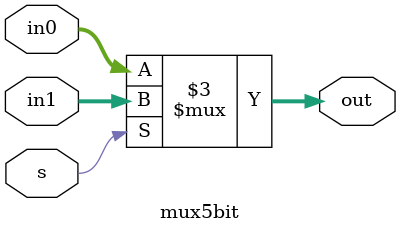
<source format=v>
`timescale 1ns/1ns
module mux5bit(input [4:0] in0, in1, input s, output reg [4:0] out);
    always @(in0, in1, s) begin
        out = 0;
        if(s) out = in1;
        else out = in0;
    end
endmodule
</source>
